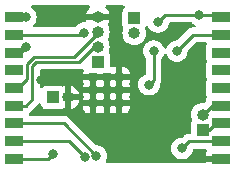
<source format=gbr>
%TF.GenerationSoftware,KiCad,Pcbnew,6.0.7+dfsg-1+b1*%
%TF.CreationDate,2022-11-22T11:59:14+08:00*%
%TF.ProjectId,bauble_pcb,62617562-6c65-45f7-9063-622e6b696361,rev?*%
%TF.SameCoordinates,Original*%
%TF.FileFunction,Copper,L2,Bot*%
%TF.FilePolarity,Positive*%
%FSLAX46Y46*%
G04 Gerber Fmt 4.6, Leading zero omitted, Abs format (unit mm)*
G04 Created by KiCad (PCBNEW 6.0.7+dfsg-1+b1) date 2022-11-22 11:59:14*
%MOMM*%
%LPD*%
G01*
G04 APERTURE LIST*
%TA.AperFunction,SMDPad,CuDef*%
%ADD10R,1.500000X0.900000*%
%TD*%
%TA.AperFunction,SMDPad,CuDef*%
%ADD11R,0.700000X0.700000*%
%TD*%
%TA.AperFunction,ComponentPad*%
%ADD12R,1.000000X1.000000*%
%TD*%
%TA.AperFunction,ComponentPad*%
%ADD13O,1.000000X1.000000*%
%TD*%
%TA.AperFunction,ViaPad*%
%ADD14C,0.800000*%
%TD*%
%TA.AperFunction,Conductor*%
%ADD15C,0.250000*%
%TD*%
G04 APERTURE END LIST*
D10*
%TO.P,U3,9,GND*%
%TO.N,GND*%
X155350000Y-103900000D03*
%TO.P,U3,8,GPIO9*%
%TO.N,LCD_CS*%
X155350000Y-102400000D03*
%TO.P,U3,7,GPIO8*%
%TO.N,Net-(U3-Pad7)*%
X155350000Y-100900000D03*
%TO.P,U3,6,GPIO7*%
%TO.N,Net-(U3-Pad6)*%
X155350000Y-99400000D03*
%TO.P,U3,5,GPIO6*%
%TO.N,unconnected-(U3-Pad5)*%
X155350000Y-97900000D03*
%TO.P,U3,4,GPIO5/ADC2_CH0*%
%TO.N,unconnected-(U3-Pad4)*%
X155350000Y-96400000D03*
%TO.P,U3,3,GPIO4/ADC1_CH4*%
%TO.N,unconnected-(U3-Pad3)*%
X155350000Y-94900000D03*
%TO.P,U3,2,EN/CHIP_PU*%
%TO.N,EN*%
X155350000Y-93400000D03*
%TO.P,U3,1,3V3*%
%TO.N,+3V3*%
X155350000Y-91900000D03*
%TO.P,U3,10,GPIO10*%
%TO.N,LCD_SDA*%
X137850000Y-103900000D03*
%TO.P,U3,11,GPIO20/U0RXD*%
%TO.N,LCD_SCL*%
X137850000Y-102400000D03*
%TO.P,U3,12,GPIO21/U0TXD*%
%TO.N,LCD_RS*%
X137850000Y-100900000D03*
%TO.P,U3,13,GPIO18/USB_D-*%
%TO.N,Net-(J2-Pad2)*%
X137850000Y-99400000D03*
%TO.P,U3,14,GPIO19/USB_D+*%
%TO.N,Net-(J2-Pad3)*%
X137850000Y-97900000D03*
%TO.P,U3,15,GPIO3/ADC1_CH3*%
%TO.N,unconnected-(U3-Pad15)*%
X137850000Y-96400000D03*
%TO.P,U3,16,GPIO2/ADC1_CH2*%
%TO.N,+3V3*%
X137850000Y-94900000D03*
%TO.P,U3,17,GPIO1/ADC1_CH1/XTAL_32K_N*%
%TO.N,nSTDBY*%
X137850000Y-93400000D03*
%TO.P,U3,18,GPIO0/ADC1_CH0/XTAL_32K_P*%
%TO.N,nCHRG*%
X137850000Y-91900000D03*
D11*
%TO.P,U3,19,GND*%
%TO.N,GND*%
X145690000Y-98100000D03*
X145690000Y-97000000D03*
X144540000Y-97000000D03*
X144540000Y-98100000D03*
X144540000Y-99200000D03*
X145690000Y-99200000D03*
X146740000Y-99200000D03*
X146740000Y-98100000D03*
X146740000Y-97000000D03*
%TD*%
D12*
%TO.P,J4,1,Pin_1*%
%TO.N,VBAT_SW*%
X148000000Y-92000000D03*
D13*
%TO.P,J4,2,Pin_2*%
%TO.N,Net-(D1-Pad1)*%
X148000000Y-93270000D03*
%TD*%
D12*
%TO.P,J3,1,Pin_1*%
%TO.N,Net-(C5-Pad1)*%
X141100000Y-98700000D03*
D13*
%TO.P,J3,2,Pin_2*%
%TO.N,GND*%
X142370000Y-98700000D03*
%TD*%
%TO.P,J2,4,Pin_4*%
%TO.N,GND*%
X144900000Y-91890000D03*
%TO.P,J2,3,Pin_3*%
%TO.N,Net-(J2-Pad3)*%
X144900000Y-93160000D03*
%TO.P,J2,2,Pin_2*%
%TO.N,Net-(J2-Pad2)*%
X144900000Y-94430000D03*
D12*
%TO.P,J2,1,Pin_1*%
%TO.N,VBUS*%
X144900000Y-95700000D03*
%TD*%
%TO.P,J1,1,Pin_1*%
%TO.N,Net-(U3-Pad7)*%
X153800000Y-101450000D03*
D13*
%TO.P,J1,2,Pin_2*%
%TO.N,Net-(U3-Pad6)*%
X153800000Y-100180000D03*
%TD*%
D14*
%TO.N,+3V3*%
X138804876Y-94413408D03*
%TO.N,GND*%
X151500000Y-101400000D03*
X152200000Y-100000000D03*
%TO.N,LCD_CS*%
X152031116Y-103011182D03*
%TO.N,LCD_RS*%
X144788049Y-103665736D03*
%TO.N,LCD_SCL*%
X143789147Y-103700376D03*
%TO.N,LCD_SDA*%
X141100000Y-103500000D03*
%TO.N,EN*%
X151597515Y-94775500D03*
%TO.N,+3V3*%
X150000000Y-92300000D03*
X149640059Y-94775500D03*
X149241171Y-97624500D03*
%TO.N,GND*%
X140124500Y-97202485D03*
%TO.N,+3V3*%
X153500000Y-91700000D03*
%TO.N,GND*%
X153463912Y-94879760D03*
X147153576Y-103049502D03*
X140100000Y-91700000D03*
%TO.N,nSTDBY*%
X143737701Y-93237701D03*
%TO.N,nCHRG*%
X138812299Y-91912299D03*
%TD*%
D15*
%TO.N,+3V3*%
X137850000Y-94900000D02*
X138318284Y-94900000D01*
X138318284Y-94900000D02*
X138804876Y-94413408D01*
%TO.N,nCHRG*%
X137850000Y-91900000D02*
X138800000Y-91900000D01*
X138800000Y-91900000D02*
X138812299Y-91912299D01*
%TO.N,LCD_CS*%
X155350000Y-102400000D02*
X152642298Y-102400000D01*
X152642298Y-102400000D02*
X152031116Y-103011182D01*
%TO.N,EN*%
X152973015Y-93400000D02*
X151597515Y-94775500D01*
X155350000Y-93400000D02*
X152973015Y-93400000D01*
%TO.N,LCD_RS*%
X137850000Y-100900000D02*
X142022313Y-100900000D01*
%TO.N,LCD_SCL*%
X137850000Y-102400000D02*
X142488771Y-102400000D01*
%TO.N,LCD_RS*%
X142022313Y-100900000D02*
X144788049Y-103665736D01*
%TO.N,LCD_SCL*%
X142488771Y-102400000D02*
X143789147Y-103700376D01*
%TO.N,Net-(J2-Pad3)*%
X144900000Y-93260000D02*
X142909501Y-95250499D01*
%TO.N,Net-(J2-Pad2)*%
X144520000Y-94530000D02*
X143350000Y-95700000D01*
X144900000Y-94530000D02*
X144520000Y-94530000D01*
%TO.N,Net-(J2-Pad3)*%
X138150000Y-97900000D02*
X137850000Y-97900000D01*
X138925000Y-97125000D02*
X138150000Y-97900000D01*
X138925000Y-95839310D02*
X138925000Y-97125000D01*
X139513811Y-95250499D02*
X138925000Y-95839310D01*
X142909501Y-95250499D02*
X139513811Y-95250499D01*
%TO.N,Net-(J2-Pad2)*%
X139700000Y-95700000D02*
X139374501Y-96025499D01*
X139374501Y-96025499D02*
X139374501Y-98825499D01*
X143350000Y-95700000D02*
X139700000Y-95700000D01*
X139374501Y-98825499D02*
X138800000Y-99400000D01*
X138800000Y-99400000D02*
X137850000Y-99400000D01*
%TO.N,Net-(U3-Pad6)*%
X153800000Y-100180000D02*
X154580000Y-99400000D01*
X154580000Y-99400000D02*
X155350000Y-99400000D01*
%TO.N,Net-(U3-Pad7)*%
X155350000Y-100900000D02*
X154900000Y-100900000D01*
X154900000Y-100900000D02*
X154350000Y-101450000D01*
X154350000Y-101450000D02*
X153800000Y-101450000D01*
%TO.N,LCD_SDA*%
X141100000Y-103500000D02*
X140700000Y-103900000D01*
X140700000Y-103900000D02*
X137850000Y-103900000D01*
%TO.N,+3V3*%
X149640059Y-97225612D02*
X149241171Y-97624500D01*
X149640059Y-94775500D02*
X149640059Y-97225612D01*
X150600000Y-91700000D02*
X153500000Y-91700000D01*
X150000000Y-92300000D02*
X150600000Y-91700000D01*
%TO.N,nSTDBY*%
X143575402Y-93400000D02*
X143737701Y-93237701D01*
X137850000Y-93400000D02*
X143575402Y-93400000D01*
%TO.N,+3V3*%
X153500000Y-91700000D02*
X155150000Y-91700000D01*
X155150000Y-91700000D02*
X155350000Y-91900000D01*
%TD*%
%TA.AperFunction,Conductor*%
%TO.N,GND*%
G36*
X144222323Y-90928502D02*
G01*
X144268816Y-90982158D01*
X144278920Y-91052432D01*
X144249426Y-91117012D01*
X144233154Y-91132696D01*
X144196133Y-91162462D01*
X144187368Y-91171046D01*
X144068222Y-91313039D01*
X144061292Y-91323159D01*
X143971998Y-91485585D01*
X143967166Y-91496858D01*
X143928506Y-91618731D01*
X143928202Y-91632831D01*
X143934763Y-91636000D01*
X145858183Y-91636000D01*
X145871714Y-91632027D01*
X145872806Y-91624433D01*
X145838231Y-91509919D01*
X145833560Y-91498586D01*
X145746540Y-91334923D01*
X145739751Y-91324706D01*
X145622603Y-91181067D01*
X145613959Y-91172363D01*
X145564666Y-91131585D01*
X145524928Y-91072752D01*
X145523305Y-91001774D01*
X145560314Y-90941186D01*
X145624204Y-90910225D01*
X145644981Y-90908500D01*
X147063059Y-90908500D01*
X147131180Y-90928502D01*
X147177673Y-90982158D01*
X147187777Y-91052432D01*
X147158283Y-91117012D01*
X147149995Y-91124734D01*
X147150269Y-91125008D01*
X147143919Y-91131358D01*
X147136739Y-91136739D01*
X147049385Y-91253295D01*
X146998255Y-91389684D01*
X146991500Y-91451866D01*
X146991500Y-92548134D01*
X146998255Y-92610316D01*
X147049385Y-92746705D01*
X147054771Y-92753892D01*
X147059079Y-92761760D01*
X147056858Y-92762976D01*
X147077013Y-92816910D01*
X147067993Y-92870605D01*
X147068567Y-92870787D01*
X147066706Y-92876654D01*
X147066705Y-92876656D01*
X147049825Y-92929869D01*
X147008765Y-93059306D01*
X146986719Y-93255851D01*
X147003268Y-93452934D01*
X147057783Y-93643050D01*
X147148187Y-93818956D01*
X147271035Y-93973953D01*
X147275728Y-93977947D01*
X147275729Y-93977948D01*
X147415269Y-94096705D01*
X147421650Y-94102136D01*
X147594294Y-94198624D01*
X147782392Y-94259740D01*
X147978777Y-94283158D01*
X147984912Y-94282686D01*
X147984914Y-94282686D01*
X148169830Y-94268457D01*
X148169834Y-94268456D01*
X148175972Y-94267984D01*
X148366463Y-94214798D01*
X148371967Y-94212018D01*
X148371969Y-94212017D01*
X148537495Y-94128404D01*
X148537497Y-94128403D01*
X148542996Y-94125625D01*
X148698847Y-94003861D01*
X148810381Y-93874647D01*
X148824049Y-93858813D01*
X148824050Y-93858811D01*
X148828078Y-93854145D01*
X148925769Y-93682179D01*
X148988197Y-93494513D01*
X149012985Y-93298295D01*
X149013380Y-93270000D01*
X148994080Y-93073167D01*
X148936916Y-92883831D01*
X148934024Y-92878391D01*
X148932195Y-92873954D01*
X148924731Y-92803350D01*
X148942512Y-92762631D01*
X148940921Y-92761760D01*
X148945229Y-92753891D01*
X148950615Y-92746705D01*
X148958610Y-92725378D01*
X149001252Y-92668614D01*
X149067814Y-92643915D01*
X149137163Y-92659123D01*
X149185711Y-92706609D01*
X149260960Y-92836944D01*
X149265378Y-92841851D01*
X149265379Y-92841852D01*
X149379502Y-92968598D01*
X149388747Y-92978866D01*
X149487843Y-93050864D01*
X149518541Y-93073167D01*
X149543248Y-93091118D01*
X149549276Y-93093802D01*
X149549278Y-93093803D01*
X149697960Y-93160000D01*
X149717712Y-93168794D01*
X149811113Y-93188647D01*
X149898056Y-93207128D01*
X149898061Y-93207128D01*
X149904513Y-93208500D01*
X150095487Y-93208500D01*
X150101939Y-93207128D01*
X150101944Y-93207128D01*
X150188888Y-93188647D01*
X150282288Y-93168794D01*
X150302040Y-93160000D01*
X150450722Y-93093803D01*
X150450724Y-93093802D01*
X150456752Y-93091118D01*
X150481460Y-93073167D01*
X150512157Y-93050864D01*
X150611253Y-92978866D01*
X150620498Y-92968598D01*
X150734621Y-92841852D01*
X150734622Y-92841851D01*
X150739040Y-92836944D01*
X150816132Y-92703417D01*
X150831223Y-92677279D01*
X150831224Y-92677278D01*
X150834527Y-92671556D01*
X150893542Y-92489928D01*
X150898124Y-92446329D01*
X150925137Y-92380673D01*
X150983358Y-92340043D01*
X151023434Y-92333500D01*
X152791800Y-92333500D01*
X152859921Y-92353502D01*
X152879147Y-92369843D01*
X152879420Y-92369540D01*
X152884332Y-92373963D01*
X152888747Y-92378866D01*
X152894086Y-92382745D01*
X152978256Y-92443898D01*
X153043248Y-92491118D01*
X153049276Y-92493802D01*
X153049278Y-92493803D01*
X153120231Y-92525393D01*
X153174327Y-92571373D01*
X153194976Y-92639300D01*
X153175624Y-92707609D01*
X153122413Y-92754610D01*
X153068982Y-92766500D01*
X153051783Y-92766500D01*
X153040600Y-92765973D01*
X153033107Y-92764298D01*
X153025181Y-92764547D01*
X153025180Y-92764547D01*
X152965017Y-92766438D01*
X152961059Y-92766500D01*
X152933159Y-92766500D01*
X152929169Y-92767004D01*
X152917335Y-92767936D01*
X152873126Y-92769326D01*
X152865512Y-92771538D01*
X152865507Y-92771539D01*
X152853674Y-92774977D01*
X152834311Y-92778988D01*
X152814218Y-92781526D01*
X152806851Y-92784443D01*
X152806846Y-92784444D01*
X152773107Y-92797802D01*
X152761880Y-92801646D01*
X152754576Y-92803768D01*
X152719422Y-92813982D01*
X152712596Y-92818019D01*
X152701987Y-92824293D01*
X152684239Y-92832988D01*
X152665398Y-92840448D01*
X152658982Y-92845110D01*
X152658981Y-92845110D01*
X152629628Y-92866436D01*
X152619708Y-92872952D01*
X152588480Y-92891420D01*
X152588477Y-92891422D01*
X152581653Y-92895458D01*
X152567332Y-92909779D01*
X152552299Y-92922619D01*
X152535908Y-92934528D01*
X152530858Y-92940632D01*
X152530853Y-92940637D01*
X152507722Y-92968598D01*
X152499732Y-92977379D01*
X151647014Y-93830096D01*
X151584702Y-93864121D01*
X151557919Y-93867000D01*
X151502028Y-93867000D01*
X151495576Y-93868372D01*
X151495571Y-93868372D01*
X151408628Y-93886853D01*
X151315227Y-93906706D01*
X151309197Y-93909391D01*
X151309196Y-93909391D01*
X151146793Y-93981697D01*
X151146791Y-93981698D01*
X151140763Y-93984382D01*
X151135422Y-93988262D01*
X151135421Y-93988263D01*
X151085358Y-94024636D01*
X150986262Y-94096634D01*
X150981841Y-94101544D01*
X150981840Y-94101545D01*
X150892716Y-94200528D01*
X150858475Y-94238556D01*
X150762988Y-94403944D01*
X150738982Y-94477828D01*
X150738620Y-94478941D01*
X150698546Y-94537546D01*
X150633149Y-94565183D01*
X150563193Y-94553076D01*
X150510887Y-94505070D01*
X150498954Y-94478941D01*
X150498593Y-94477828D01*
X150474586Y-94403944D01*
X150379099Y-94238556D01*
X150344859Y-94200528D01*
X150255734Y-94101545D01*
X150255733Y-94101544D01*
X150251312Y-94096634D01*
X150152216Y-94024636D01*
X150102153Y-93988263D01*
X150102152Y-93988262D01*
X150096811Y-93984382D01*
X150090783Y-93981698D01*
X150090781Y-93981697D01*
X149928378Y-93909391D01*
X149928377Y-93909391D01*
X149922347Y-93906706D01*
X149828946Y-93886853D01*
X149742003Y-93868372D01*
X149741998Y-93868372D01*
X149735546Y-93867000D01*
X149544572Y-93867000D01*
X149538120Y-93868372D01*
X149538115Y-93868372D01*
X149451172Y-93886853D01*
X149357771Y-93906706D01*
X149351741Y-93909391D01*
X149351740Y-93909391D01*
X149189337Y-93981697D01*
X149189335Y-93981698D01*
X149183307Y-93984382D01*
X149177966Y-93988262D01*
X149177965Y-93988263D01*
X149127902Y-94024636D01*
X149028806Y-94096634D01*
X149024385Y-94101544D01*
X149024384Y-94101545D01*
X148935260Y-94200528D01*
X148901019Y-94238556D01*
X148805532Y-94403944D01*
X148746517Y-94585572D01*
X148745827Y-94592133D01*
X148745827Y-94592135D01*
X148743214Y-94616999D01*
X148726555Y-94775500D01*
X148746517Y-94965428D01*
X148805532Y-95147056D01*
X148901019Y-95312444D01*
X148974196Y-95393715D01*
X149004912Y-95457721D01*
X149006559Y-95478024D01*
X149006559Y-96652654D01*
X148986557Y-96720775D01*
X148931807Y-96767761D01*
X148790452Y-96830695D01*
X148790445Y-96830699D01*
X148784419Y-96833382D01*
X148629918Y-96945634D01*
X148502131Y-97087556D01*
X148406644Y-97252944D01*
X148347629Y-97434572D01*
X148346939Y-97441133D01*
X148346939Y-97441135D01*
X148334771Y-97556909D01*
X148327667Y-97624500D01*
X148328357Y-97631065D01*
X148343748Y-97777498D01*
X148347629Y-97814428D01*
X148406644Y-97996056D01*
X148502131Y-98161444D01*
X148629918Y-98303366D01*
X148784419Y-98415618D01*
X148790447Y-98418302D01*
X148790449Y-98418303D01*
X148901431Y-98467715D01*
X148958883Y-98493294D01*
X149052283Y-98513147D01*
X149139227Y-98531628D01*
X149139232Y-98531628D01*
X149145684Y-98533000D01*
X149336658Y-98533000D01*
X149343110Y-98531628D01*
X149343115Y-98531628D01*
X149430058Y-98513147D01*
X149523459Y-98493294D01*
X149580911Y-98467715D01*
X149691893Y-98418303D01*
X149691895Y-98418302D01*
X149697923Y-98415618D01*
X149852424Y-98303366D01*
X149980211Y-98161444D01*
X150075698Y-97996056D01*
X150134713Y-97814428D01*
X150138595Y-97777498D01*
X150154416Y-97626965D01*
X150180164Y-97562912D01*
X150189673Y-97550653D01*
X150192818Y-97543384D01*
X150192821Y-97543380D01*
X150207233Y-97510075D01*
X150212450Y-97499425D01*
X150233754Y-97460672D01*
X150235891Y-97452351D01*
X150238792Y-97441050D01*
X150245196Y-97422346D01*
X150250092Y-97411032D01*
X150250092Y-97411031D01*
X150253240Y-97403757D01*
X150254479Y-97395934D01*
X150254482Y-97395924D01*
X150260158Y-97360088D01*
X150262564Y-97348468D01*
X150271587Y-97313323D01*
X150271587Y-97313322D01*
X150273559Y-97305642D01*
X150273559Y-97285388D01*
X150275110Y-97265677D01*
X150276960Y-97254000D01*
X150278279Y-97245669D01*
X150274118Y-97201650D01*
X150273559Y-97189793D01*
X150273559Y-95478024D01*
X150293561Y-95409903D01*
X150305917Y-95393721D01*
X150379099Y-95312444D01*
X150474586Y-95147056D01*
X150498954Y-95072058D01*
X150539028Y-95013454D01*
X150604425Y-94985817D01*
X150674381Y-94997924D01*
X150726687Y-95045930D01*
X150738619Y-95072057D01*
X150762988Y-95147056D01*
X150858475Y-95312444D01*
X150862890Y-95317347D01*
X150862894Y-95317352D01*
X150938689Y-95401531D01*
X150986262Y-95454366D01*
X151140763Y-95566618D01*
X151146791Y-95569302D01*
X151146793Y-95569303D01*
X151209056Y-95597024D01*
X151315227Y-95644294D01*
X151383703Y-95658849D01*
X151495571Y-95682628D01*
X151495576Y-95682628D01*
X151502028Y-95684000D01*
X151693002Y-95684000D01*
X151699454Y-95682628D01*
X151699459Y-95682628D01*
X151811327Y-95658849D01*
X151879803Y-95644294D01*
X151985974Y-95597024D01*
X152048237Y-95569303D01*
X152048239Y-95569302D01*
X152054267Y-95566618D01*
X152208768Y-95454366D01*
X152256341Y-95401531D01*
X152332136Y-95317352D01*
X152332140Y-95317347D01*
X152336555Y-95312444D01*
X152432042Y-95147056D01*
X152491057Y-94965428D01*
X152508422Y-94800208D01*
X152535435Y-94734551D01*
X152544637Y-94724282D01*
X153198516Y-94070404D01*
X153260828Y-94036379D01*
X153287611Y-94033500D01*
X154031240Y-94033500D01*
X154099361Y-94053502D01*
X154145854Y-94107158D01*
X154155958Y-94177432D01*
X154149222Y-94203729D01*
X154098255Y-94339684D01*
X154091500Y-94401866D01*
X154091500Y-95398134D01*
X154098255Y-95460316D01*
X154147174Y-95590806D01*
X154149385Y-95596705D01*
X154148534Y-95597024D01*
X154162055Y-95658849D01*
X154149042Y-95703166D01*
X154149385Y-95703295D01*
X154098255Y-95839684D01*
X154091500Y-95901866D01*
X154091500Y-96898134D01*
X154098255Y-96960316D01*
X154147174Y-97090806D01*
X154149385Y-97096705D01*
X154148534Y-97097024D01*
X154162055Y-97158849D01*
X154149042Y-97203166D01*
X154149385Y-97203295D01*
X154146236Y-97211696D01*
X154146234Y-97211699D01*
X154122328Y-97275470D01*
X154098255Y-97339684D01*
X154091500Y-97401866D01*
X154091500Y-98398134D01*
X154098255Y-98460316D01*
X154147174Y-98590806D01*
X154149385Y-98596705D01*
X154148534Y-98597024D01*
X154162055Y-98658849D01*
X154149042Y-98703166D01*
X154149385Y-98703295D01*
X154098255Y-98839684D01*
X154091500Y-98901866D01*
X154091500Y-98940405D01*
X154071498Y-99008526D01*
X154054595Y-99029501D01*
X153949449Y-99134646D01*
X153887137Y-99168671D01*
X153847185Y-99170860D01*
X153813205Y-99167289D01*
X153813202Y-99167289D01*
X153807075Y-99166645D01*
X153724576Y-99174153D01*
X153616251Y-99184011D01*
X153616248Y-99184012D01*
X153610112Y-99184570D01*
X153604206Y-99186308D01*
X153604202Y-99186309D01*
X153499076Y-99217249D01*
X153420381Y-99240410D01*
X153414923Y-99243263D01*
X153414919Y-99243265D01*
X153331688Y-99286778D01*
X153245110Y-99332040D01*
X153090975Y-99455968D01*
X152963846Y-99607474D01*
X152960879Y-99612872D01*
X152960875Y-99612877D01*
X152908307Y-99708500D01*
X152868567Y-99780787D01*
X152866706Y-99786654D01*
X152866705Y-99786656D01*
X152824950Y-99918285D01*
X152808765Y-99969306D01*
X152786719Y-100165851D01*
X152787235Y-100171995D01*
X152801316Y-100339684D01*
X152803268Y-100362934D01*
X152857783Y-100553050D01*
X152864150Y-100565438D01*
X152877496Y-100635165D01*
X152857300Y-100687266D01*
X152859079Y-100688240D01*
X152854771Y-100696108D01*
X152849385Y-100703295D01*
X152798255Y-100839684D01*
X152791500Y-100901866D01*
X152791500Y-101639395D01*
X152771498Y-101707516D01*
X152717842Y-101754009D01*
X152669458Y-101765333D01*
X152634299Y-101766438D01*
X152630341Y-101766500D01*
X152602442Y-101766500D01*
X152598452Y-101767004D01*
X152586618Y-101767936D01*
X152542409Y-101769326D01*
X152534795Y-101771538D01*
X152534790Y-101771539D01*
X152522957Y-101774977D01*
X152503594Y-101778988D01*
X152483501Y-101781526D01*
X152476134Y-101784443D01*
X152476129Y-101784444D01*
X152442390Y-101797802D01*
X152431163Y-101801646D01*
X152388705Y-101813982D01*
X152381879Y-101818019D01*
X152371270Y-101824293D01*
X152353522Y-101832988D01*
X152334681Y-101840448D01*
X152328265Y-101845110D01*
X152328264Y-101845110D01*
X152298911Y-101866436D01*
X152288991Y-101872952D01*
X152257763Y-101891420D01*
X152257760Y-101891422D01*
X152250936Y-101895458D01*
X152236615Y-101909779D01*
X152221582Y-101922619D01*
X152205191Y-101934528D01*
X152200138Y-101940636D01*
X152177006Y-101968598D01*
X152169016Y-101977378D01*
X152080617Y-102065777D01*
X152018305Y-102099803D01*
X151991522Y-102102682D01*
X151935629Y-102102682D01*
X151929177Y-102104054D01*
X151929172Y-102104054D01*
X151842228Y-102122535D01*
X151748828Y-102142388D01*
X151742798Y-102145073D01*
X151742797Y-102145073D01*
X151580394Y-102217379D01*
X151580392Y-102217380D01*
X151574364Y-102220064D01*
X151419863Y-102332316D01*
X151292076Y-102474238D01*
X151196589Y-102639626D01*
X151137574Y-102821254D01*
X151117612Y-103011182D01*
X151118302Y-103017747D01*
X151131817Y-103146331D01*
X151137574Y-103201110D01*
X151196589Y-103382738D01*
X151199892Y-103388460D01*
X151199893Y-103388461D01*
X151209631Y-103405328D01*
X151292076Y-103548126D01*
X151296494Y-103553033D01*
X151296495Y-103553034D01*
X151415441Y-103685137D01*
X151419863Y-103690048D01*
X151574364Y-103802300D01*
X151580392Y-103804984D01*
X151580394Y-103804985D01*
X151729916Y-103871556D01*
X151748828Y-103879976D01*
X151826953Y-103896582D01*
X151929172Y-103918310D01*
X151929177Y-103918310D01*
X151935629Y-103919682D01*
X152126603Y-103919682D01*
X152133055Y-103918310D01*
X152133060Y-103918310D01*
X152235279Y-103896582D01*
X152313404Y-103879976D01*
X152332316Y-103871556D01*
X152481838Y-103804985D01*
X152481840Y-103804984D01*
X152487868Y-103802300D01*
X152642369Y-103690048D01*
X152646791Y-103685137D01*
X152765737Y-103553034D01*
X152765738Y-103553033D01*
X152770156Y-103548126D01*
X152852601Y-103405328D01*
X152862339Y-103388461D01*
X152862340Y-103388460D01*
X152865643Y-103382738D01*
X152924658Y-103201110D01*
X152930415Y-103146330D01*
X152957427Y-103080674D01*
X153015649Y-103040043D01*
X153055725Y-103033500D01*
X154031774Y-103033500D01*
X154099895Y-103053502D01*
X154146388Y-103107158D01*
X154156492Y-103177432D01*
X154149756Y-103203730D01*
X154101522Y-103332394D01*
X154097895Y-103347649D01*
X154092369Y-103398514D01*
X154092000Y-103405328D01*
X154092000Y-103627885D01*
X154096475Y-103643124D01*
X154097865Y-103644329D01*
X154105548Y-103646000D01*
X154965500Y-103646000D01*
X155033621Y-103666002D01*
X155080114Y-103719658D01*
X155091500Y-103772000D01*
X155091500Y-104028000D01*
X155071498Y-104096121D01*
X155017842Y-104142614D01*
X154965500Y-104154000D01*
X154110116Y-104154000D01*
X154094877Y-104158475D01*
X154093672Y-104159865D01*
X154089122Y-104180783D01*
X154087610Y-104180454D01*
X154071999Y-104233621D01*
X154018343Y-104280114D01*
X153966001Y-104291500D01*
X145694047Y-104291500D01*
X145625926Y-104271498D01*
X145579433Y-104217842D01*
X145569329Y-104147568D01*
X145584928Y-104102500D01*
X145619272Y-104043015D01*
X145619273Y-104043014D01*
X145622576Y-104037292D01*
X145681591Y-103855664D01*
X145695316Y-103725083D01*
X145700863Y-103672301D01*
X145701553Y-103665736D01*
X145681591Y-103475808D01*
X145622576Y-103294180D01*
X145527089Y-103128792D01*
X145483764Y-103080674D01*
X145403724Y-102991781D01*
X145403723Y-102991780D01*
X145399302Y-102986870D01*
X145244801Y-102874618D01*
X145238773Y-102871934D01*
X145238771Y-102871933D01*
X145076368Y-102799627D01*
X145076367Y-102799627D01*
X145070337Y-102796942D01*
X144976937Y-102777089D01*
X144889993Y-102758608D01*
X144889988Y-102758608D01*
X144883536Y-102757236D01*
X144827644Y-102757236D01*
X144759523Y-102737234D01*
X144738549Y-102720331D01*
X142525965Y-100507747D01*
X142518425Y-100499461D01*
X142514313Y-100492982D01*
X142464661Y-100446356D01*
X142461820Y-100443602D01*
X142442083Y-100423865D01*
X142438886Y-100421385D01*
X142429864Y-100413680D01*
X142403413Y-100388841D01*
X142397634Y-100383414D01*
X142390688Y-100379595D01*
X142390685Y-100379593D01*
X142379879Y-100373652D01*
X142363360Y-100362801D01*
X142355614Y-100356793D01*
X142347354Y-100350386D01*
X142340085Y-100347241D01*
X142340081Y-100347238D01*
X142306776Y-100332826D01*
X142296126Y-100327609D01*
X142257373Y-100306305D01*
X142237750Y-100301267D01*
X142219047Y-100294863D01*
X142207733Y-100289967D01*
X142207732Y-100289967D01*
X142200458Y-100286819D01*
X142192635Y-100285580D01*
X142192625Y-100285577D01*
X142156789Y-100279901D01*
X142145169Y-100277495D01*
X142110024Y-100268472D01*
X142110023Y-100268472D01*
X142102343Y-100266500D01*
X142082089Y-100266500D01*
X142062378Y-100264949D01*
X142050199Y-100263020D01*
X142042370Y-100261780D01*
X142034478Y-100262526D01*
X141998352Y-100265941D01*
X141986494Y-100266500D01*
X139168760Y-100266500D01*
X139100639Y-100246498D01*
X139054146Y-100192842D01*
X139044042Y-100122568D01*
X139050778Y-100096271D01*
X139086650Y-100000582D01*
X139130572Y-99942874D01*
X139143397Y-99933557D01*
X139153307Y-99927048D01*
X139184535Y-99908580D01*
X139184538Y-99908578D01*
X139191362Y-99904542D01*
X139205683Y-99890221D01*
X139220717Y-99877380D01*
X139230693Y-99870132D01*
X139237107Y-99865472D01*
X139265288Y-99831407D01*
X139273278Y-99822626D01*
X139766759Y-99329146D01*
X139775038Y-99321612D01*
X139781519Y-99317499D01*
X139828145Y-99267847D01*
X139830899Y-99265006D01*
X139850636Y-99245269D01*
X139853116Y-99242072D01*
X139860820Y-99233051D01*
X139878584Y-99214134D01*
X139939797Y-99178168D01*
X140010737Y-99181005D01*
X140068881Y-99221745D01*
X140095698Y-99286778D01*
X140098255Y-99310316D01*
X140149385Y-99446705D01*
X140236739Y-99563261D01*
X140353295Y-99650615D01*
X140489684Y-99701745D01*
X140551866Y-99708500D01*
X141648134Y-99708500D01*
X141710316Y-99701745D01*
X141846705Y-99650615D01*
X141853892Y-99645229D01*
X141861760Y-99640921D01*
X141862891Y-99642987D01*
X141917418Y-99622618D01*
X141965408Y-99628459D01*
X142098769Y-99671790D01*
X142112867Y-99672193D01*
X142116000Y-99665821D01*
X142116000Y-99657564D01*
X142624000Y-99657564D01*
X142627973Y-99671095D01*
X142636188Y-99672276D01*
X142730337Y-99645989D01*
X142741787Y-99641548D01*
X142834592Y-99594669D01*
X143682001Y-99594669D01*
X143682371Y-99601490D01*
X143687895Y-99652352D01*
X143691521Y-99667604D01*
X143736676Y-99788054D01*
X143745214Y-99803649D01*
X143821715Y-99905724D01*
X143834276Y-99918285D01*
X143936351Y-99994786D01*
X143951946Y-100003324D01*
X144072394Y-100048478D01*
X144087649Y-100052105D01*
X144138514Y-100057631D01*
X144145328Y-100058000D01*
X144267885Y-100058000D01*
X144283124Y-100053525D01*
X144284329Y-100052135D01*
X144286000Y-100044452D01*
X144286000Y-100039884D01*
X144794000Y-100039884D01*
X144798475Y-100055123D01*
X144799865Y-100056328D01*
X144807548Y-100057999D01*
X144934669Y-100057999D01*
X144941490Y-100057629D01*
X144992352Y-100052105D01*
X145007604Y-100048479D01*
X145070770Y-100024799D01*
X145141578Y-100019616D01*
X145159230Y-100024799D01*
X145222394Y-100048478D01*
X145237649Y-100052105D01*
X145288514Y-100057631D01*
X145295328Y-100058000D01*
X145417885Y-100058000D01*
X145433124Y-100053525D01*
X145434329Y-100052135D01*
X145436000Y-100044452D01*
X145436000Y-100039884D01*
X145944000Y-100039884D01*
X145948475Y-100055123D01*
X145949865Y-100056328D01*
X145957548Y-100057999D01*
X146084669Y-100057999D01*
X146091490Y-100057629D01*
X146142352Y-100052105D01*
X146157607Y-100048478D01*
X146170769Y-100043544D01*
X146241576Y-100038360D01*
X146259231Y-100043544D01*
X146272390Y-100048477D01*
X146287649Y-100052105D01*
X146338514Y-100057631D01*
X146345328Y-100058000D01*
X146467885Y-100058000D01*
X146483124Y-100053525D01*
X146484329Y-100052135D01*
X146486000Y-100044452D01*
X146486000Y-100039884D01*
X146994000Y-100039884D01*
X146998475Y-100055123D01*
X146999865Y-100056328D01*
X147007548Y-100057999D01*
X147134669Y-100057999D01*
X147141490Y-100057629D01*
X147192352Y-100052105D01*
X147207604Y-100048479D01*
X147328054Y-100003324D01*
X147343649Y-99994786D01*
X147445724Y-99918285D01*
X147458285Y-99905724D01*
X147534786Y-99803649D01*
X147543324Y-99788054D01*
X147588478Y-99667606D01*
X147592105Y-99652351D01*
X147597631Y-99601486D01*
X147598000Y-99594672D01*
X147598000Y-99472115D01*
X147593525Y-99456876D01*
X147592135Y-99455671D01*
X147584452Y-99454000D01*
X147012115Y-99454000D01*
X146996876Y-99458475D01*
X146995671Y-99459865D01*
X146994000Y-99467548D01*
X146994000Y-100039884D01*
X146486000Y-100039884D01*
X146486000Y-99472115D01*
X146481525Y-99456876D01*
X146480135Y-99455671D01*
X146472452Y-99454000D01*
X145962115Y-99454000D01*
X145946876Y-99458475D01*
X145945671Y-99459865D01*
X145944000Y-99467548D01*
X145944000Y-100039884D01*
X145436000Y-100039884D01*
X145436000Y-99472115D01*
X145431525Y-99456876D01*
X145430135Y-99455671D01*
X145422452Y-99454000D01*
X144812115Y-99454000D01*
X144796876Y-99458475D01*
X144795671Y-99459865D01*
X144794000Y-99467548D01*
X144794000Y-100039884D01*
X144286000Y-100039884D01*
X144286000Y-99472115D01*
X144281525Y-99456876D01*
X144280135Y-99455671D01*
X144272452Y-99454000D01*
X143700116Y-99454000D01*
X143684877Y-99458475D01*
X143683672Y-99459865D01*
X143682001Y-99467548D01*
X143682001Y-99594669D01*
X142834592Y-99594669D01*
X142907226Y-99557979D01*
X142917585Y-99551404D01*
X143063639Y-99437295D01*
X143072527Y-99428831D01*
X143193643Y-99288517D01*
X143200711Y-99278497D01*
X143292262Y-99117337D01*
X143297256Y-99106121D01*
X143342142Y-98971190D01*
X143342643Y-98957097D01*
X143336454Y-98954000D01*
X142642115Y-98954000D01*
X142626876Y-98958475D01*
X142625671Y-98959865D01*
X142624000Y-98967548D01*
X142624000Y-99657564D01*
X142116000Y-99657564D01*
X142116000Y-98927885D01*
X143682000Y-98927885D01*
X143686475Y-98943124D01*
X143687865Y-98944329D01*
X143695548Y-98946000D01*
X144267885Y-98946000D01*
X144283124Y-98941525D01*
X144284329Y-98940135D01*
X144286000Y-98932452D01*
X144286000Y-98927885D01*
X144794000Y-98927885D01*
X144798475Y-98943124D01*
X144799865Y-98944329D01*
X144807548Y-98946000D01*
X145417885Y-98946000D01*
X145433124Y-98941525D01*
X145434329Y-98940135D01*
X145436000Y-98932452D01*
X145436000Y-98927885D01*
X145944000Y-98927885D01*
X145948475Y-98943124D01*
X145949865Y-98944329D01*
X145957548Y-98946000D01*
X146467885Y-98946000D01*
X146483124Y-98941525D01*
X146484329Y-98940135D01*
X146486000Y-98932452D01*
X146486000Y-98927885D01*
X146994000Y-98927885D01*
X146998475Y-98943124D01*
X146999865Y-98944329D01*
X147007548Y-98946000D01*
X147579884Y-98946000D01*
X147595123Y-98941525D01*
X147596328Y-98940135D01*
X147597999Y-98932452D01*
X147597999Y-98805331D01*
X147597629Y-98798510D01*
X147592105Y-98747648D01*
X147588479Y-98732397D01*
X147574171Y-98694230D01*
X147568988Y-98623423D01*
X147574171Y-98605770D01*
X147588478Y-98567606D01*
X147592105Y-98552351D01*
X147597631Y-98501486D01*
X147598000Y-98494672D01*
X147598000Y-98372115D01*
X147593525Y-98356876D01*
X147592135Y-98355671D01*
X147584452Y-98354000D01*
X147012115Y-98354000D01*
X146996876Y-98358475D01*
X146995671Y-98359865D01*
X146994000Y-98367548D01*
X146994000Y-98927885D01*
X146486000Y-98927885D01*
X146486000Y-98372115D01*
X146481525Y-98356876D01*
X146480135Y-98355671D01*
X146472452Y-98354000D01*
X145962115Y-98354000D01*
X145946876Y-98358475D01*
X145945671Y-98359865D01*
X145944000Y-98367548D01*
X145944000Y-98927885D01*
X145436000Y-98927885D01*
X145436000Y-98372115D01*
X145431525Y-98356876D01*
X145430135Y-98355671D01*
X145422452Y-98354000D01*
X144812115Y-98354000D01*
X144796876Y-98358475D01*
X144795671Y-98359865D01*
X144794000Y-98367548D01*
X144794000Y-98927885D01*
X144286000Y-98927885D01*
X144286000Y-98372115D01*
X144281525Y-98356876D01*
X144280135Y-98355671D01*
X144272452Y-98354000D01*
X143700116Y-98354000D01*
X143684877Y-98358475D01*
X143683672Y-98359865D01*
X143682001Y-98367548D01*
X143682001Y-98494669D01*
X143682371Y-98501490D01*
X143687895Y-98552352D01*
X143691521Y-98567603D01*
X143705829Y-98605770D01*
X143711012Y-98676577D01*
X143705829Y-98694230D01*
X143691522Y-98732394D01*
X143687895Y-98747649D01*
X143682369Y-98798514D01*
X143682000Y-98805328D01*
X143682000Y-98927885D01*
X142116000Y-98927885D01*
X142116000Y-98427885D01*
X142624000Y-98427885D01*
X142628475Y-98443124D01*
X142629865Y-98444329D01*
X142637548Y-98446000D01*
X143328183Y-98446000D01*
X143341714Y-98442027D01*
X143342806Y-98434433D01*
X143308231Y-98319919D01*
X143303560Y-98308586D01*
X143216540Y-98144923D01*
X143209751Y-98134706D01*
X143092603Y-97991067D01*
X143083959Y-97982363D01*
X142941144Y-97864216D01*
X142930973Y-97857356D01*
X142876467Y-97827885D01*
X143682000Y-97827885D01*
X143686475Y-97843124D01*
X143687865Y-97844329D01*
X143695548Y-97846000D01*
X144267885Y-97846000D01*
X144283124Y-97841525D01*
X144284329Y-97840135D01*
X144286000Y-97832452D01*
X144286000Y-97827885D01*
X144794000Y-97827885D01*
X144798475Y-97843124D01*
X144799865Y-97844329D01*
X144807548Y-97846000D01*
X145417885Y-97846000D01*
X145433124Y-97841525D01*
X145434329Y-97840135D01*
X145436000Y-97832452D01*
X145436000Y-97827885D01*
X145944000Y-97827885D01*
X145948475Y-97843124D01*
X145949865Y-97844329D01*
X145957548Y-97846000D01*
X146467885Y-97846000D01*
X146483124Y-97841525D01*
X146484329Y-97840135D01*
X146486000Y-97832452D01*
X146486000Y-97827885D01*
X146994000Y-97827885D01*
X146998475Y-97843124D01*
X146999865Y-97844329D01*
X147007548Y-97846000D01*
X147579884Y-97846000D01*
X147595123Y-97841525D01*
X147596328Y-97840135D01*
X147597999Y-97832452D01*
X147597999Y-97705331D01*
X147597629Y-97698510D01*
X147592105Y-97647648D01*
X147588479Y-97632397D01*
X147574171Y-97594230D01*
X147568988Y-97523423D01*
X147574171Y-97505770D01*
X147588478Y-97467606D01*
X147592105Y-97452351D01*
X147597631Y-97401486D01*
X147598000Y-97394672D01*
X147598000Y-97272115D01*
X147593525Y-97256876D01*
X147592135Y-97255671D01*
X147584452Y-97254000D01*
X147012115Y-97254000D01*
X146996876Y-97258475D01*
X146995671Y-97259865D01*
X146994000Y-97267548D01*
X146994000Y-97827885D01*
X146486000Y-97827885D01*
X146486000Y-97272115D01*
X146481525Y-97256876D01*
X146480135Y-97255671D01*
X146472452Y-97254000D01*
X145962115Y-97254000D01*
X145946876Y-97258475D01*
X145945671Y-97259865D01*
X145944000Y-97267548D01*
X145944000Y-97827885D01*
X145436000Y-97827885D01*
X145436000Y-97272115D01*
X145431525Y-97256876D01*
X145430135Y-97255671D01*
X145422452Y-97254000D01*
X144812115Y-97254000D01*
X144796876Y-97258475D01*
X144795671Y-97259865D01*
X144794000Y-97267548D01*
X144794000Y-97827885D01*
X144286000Y-97827885D01*
X144286000Y-97272115D01*
X144281525Y-97256876D01*
X144280135Y-97255671D01*
X144272452Y-97254000D01*
X143700116Y-97254000D01*
X143684877Y-97258475D01*
X143683672Y-97259865D01*
X143682001Y-97267548D01*
X143682001Y-97394669D01*
X143682371Y-97401490D01*
X143687895Y-97452352D01*
X143691521Y-97467603D01*
X143705829Y-97505770D01*
X143711012Y-97576577D01*
X143705829Y-97594230D01*
X143691522Y-97632394D01*
X143687895Y-97647649D01*
X143682369Y-97698514D01*
X143682000Y-97705328D01*
X143682000Y-97827885D01*
X142876467Y-97827885D01*
X142767924Y-97769196D01*
X142756619Y-97764444D01*
X142641308Y-97728750D01*
X142627205Y-97728544D01*
X142624000Y-97735299D01*
X142624000Y-98427885D01*
X142116000Y-98427885D01*
X142116000Y-97742076D01*
X142112027Y-97728545D01*
X142104232Y-97727425D01*
X141996479Y-97759138D01*
X141979396Y-97766040D01*
X141978941Y-97764914D01*
X141915604Y-97777498D01*
X141862772Y-97757230D01*
X141861760Y-97759079D01*
X141853892Y-97754771D01*
X141846705Y-97749385D01*
X141710316Y-97698255D01*
X141648134Y-97691500D01*
X140551866Y-97691500D01*
X140489684Y-97698255D01*
X140353295Y-97749385D01*
X140236739Y-97836739D01*
X140231358Y-97843919D01*
X140225008Y-97850269D01*
X140222928Y-97848189D01*
X140177964Y-97881807D01*
X140107145Y-97886830D01*
X140044853Y-97852768D01*
X140010865Y-97790436D01*
X140008001Y-97763725D01*
X140008001Y-96459500D01*
X140028003Y-96391379D01*
X140081659Y-96344886D01*
X140134001Y-96333500D01*
X143271233Y-96333500D01*
X143282416Y-96334027D01*
X143289909Y-96335702D01*
X143297835Y-96335453D01*
X143297836Y-96335453D01*
X143357986Y-96333562D01*
X143361945Y-96333500D01*
X143389856Y-96333500D01*
X143393791Y-96333003D01*
X143393856Y-96332995D01*
X143405693Y-96332062D01*
X143437951Y-96331048D01*
X143441970Y-96330922D01*
X143449889Y-96330673D01*
X143469343Y-96325021D01*
X143488700Y-96321013D01*
X143500930Y-96319468D01*
X143500931Y-96319468D01*
X143508797Y-96318474D01*
X143516168Y-96315555D01*
X143516170Y-96315555D01*
X143549912Y-96302196D01*
X143561114Y-96298359D01*
X143561201Y-96298334D01*
X143564532Y-96297366D01*
X143635526Y-96297553D01*
X143695151Y-96336093D01*
X143724474Y-96400751D01*
X143717692Y-96462584D01*
X143691522Y-96532391D01*
X143687895Y-96547649D01*
X143682369Y-96598514D01*
X143682000Y-96605328D01*
X143682000Y-96727885D01*
X143686475Y-96743124D01*
X143687865Y-96744329D01*
X143695548Y-96746000D01*
X146467885Y-96746000D01*
X146483124Y-96741525D01*
X146484329Y-96740135D01*
X146486000Y-96732452D01*
X146486000Y-96727885D01*
X146994000Y-96727885D01*
X146998475Y-96743124D01*
X146999865Y-96744329D01*
X147007548Y-96746000D01*
X147579884Y-96746000D01*
X147595123Y-96741525D01*
X147596328Y-96740135D01*
X147597999Y-96732452D01*
X147597999Y-96605331D01*
X147597629Y-96598510D01*
X147592105Y-96547648D01*
X147588479Y-96532396D01*
X147543324Y-96411946D01*
X147534786Y-96396351D01*
X147458285Y-96294276D01*
X147445724Y-96281715D01*
X147343649Y-96205214D01*
X147328054Y-96196676D01*
X147207606Y-96151522D01*
X147192351Y-96147895D01*
X147141486Y-96142369D01*
X147134672Y-96142000D01*
X147012115Y-96142000D01*
X146996876Y-96146475D01*
X146995671Y-96147865D01*
X146994000Y-96155548D01*
X146994000Y-96727885D01*
X146486000Y-96727885D01*
X146486000Y-96160116D01*
X146481525Y-96144877D01*
X146480135Y-96143672D01*
X146472452Y-96142001D01*
X146345331Y-96142001D01*
X146338510Y-96142371D01*
X146287648Y-96147895D01*
X146272393Y-96151522D01*
X146259231Y-96156456D01*
X146188424Y-96161640D01*
X146170769Y-96156456D01*
X146157610Y-96151523D01*
X146142351Y-96147895D01*
X146091486Y-96142369D01*
X146084672Y-96142000D01*
X146034500Y-96142000D01*
X145966379Y-96121998D01*
X145919886Y-96068342D01*
X145908500Y-96016000D01*
X145908500Y-95151866D01*
X145901745Y-95089684D01*
X145850615Y-94953295D01*
X145845229Y-94946109D01*
X145840921Y-94938240D01*
X145842942Y-94937133D01*
X145822506Y-94882443D01*
X145828621Y-94833606D01*
X145886250Y-94660365D01*
X145888197Y-94654513D01*
X145912985Y-94458295D01*
X145913380Y-94430000D01*
X145894080Y-94233167D01*
X145891156Y-94223480D01*
X145860465Y-94121829D01*
X145836916Y-94043831D01*
X145744066Y-93869204D01*
X145740167Y-93864424D01*
X145739715Y-93863743D01*
X145718676Y-93795935D01*
X145735105Y-93731775D01*
X145822723Y-93577542D01*
X145822725Y-93577537D01*
X145825769Y-93572179D01*
X145888197Y-93384513D01*
X145912985Y-93188295D01*
X145913380Y-93160000D01*
X145894080Y-92963167D01*
X145885434Y-92934528D01*
X145854778Y-92832994D01*
X145836916Y-92773831D01*
X145744066Y-92599204D01*
X145740170Y-92594427D01*
X145739404Y-92593274D01*
X145718366Y-92525466D01*
X145734795Y-92461308D01*
X145822262Y-92307337D01*
X145827256Y-92296121D01*
X145872142Y-92161190D01*
X145872643Y-92147097D01*
X145866454Y-92144000D01*
X143942282Y-92144000D01*
X143928751Y-92147973D01*
X143927601Y-92155974D01*
X143931184Y-92168470D01*
X143930733Y-92239466D01*
X143891972Y-92298947D01*
X143827205Y-92328030D01*
X143810065Y-92329201D01*
X143642214Y-92329201D01*
X143635762Y-92330573D01*
X143635757Y-92330573D01*
X143548813Y-92349054D01*
X143455413Y-92368907D01*
X143449383Y-92371592D01*
X143449382Y-92371592D01*
X143286979Y-92443898D01*
X143286977Y-92443899D01*
X143280949Y-92446583D01*
X143275608Y-92450463D01*
X143275607Y-92450464D01*
X143262047Y-92460316D01*
X143126448Y-92558835D01*
X143122027Y-92563745D01*
X143122026Y-92563746D01*
X143019801Y-92677279D01*
X142998661Y-92700757D01*
X142995360Y-92706475D01*
X142991477Y-92711819D01*
X142989706Y-92710532D01*
X142945684Y-92752498D01*
X142887958Y-92766500D01*
X139548680Y-92766500D01*
X139480559Y-92746498D01*
X139434066Y-92692842D01*
X139423962Y-92622568D01*
X139455044Y-92556190D01*
X139546920Y-92454151D01*
X139546921Y-92454150D01*
X139551339Y-92449243D01*
X139646826Y-92283855D01*
X139705841Y-92102227D01*
X139725803Y-91912299D01*
X139709601Y-91758148D01*
X139706531Y-91728934D01*
X139706531Y-91728932D01*
X139705841Y-91722371D01*
X139646826Y-91540743D01*
X139551339Y-91375355D01*
X139505735Y-91324706D01*
X139427974Y-91238344D01*
X139427973Y-91238343D01*
X139423552Y-91233433D01*
X139290048Y-91136436D01*
X139246694Y-91080213D01*
X139240619Y-91009477D01*
X139273751Y-90946686D01*
X139335571Y-90911774D01*
X139364109Y-90908500D01*
X144154202Y-90908500D01*
X144222323Y-90928502D01*
G37*
%TD.AperFunction*%
%TD*%
M02*

</source>
